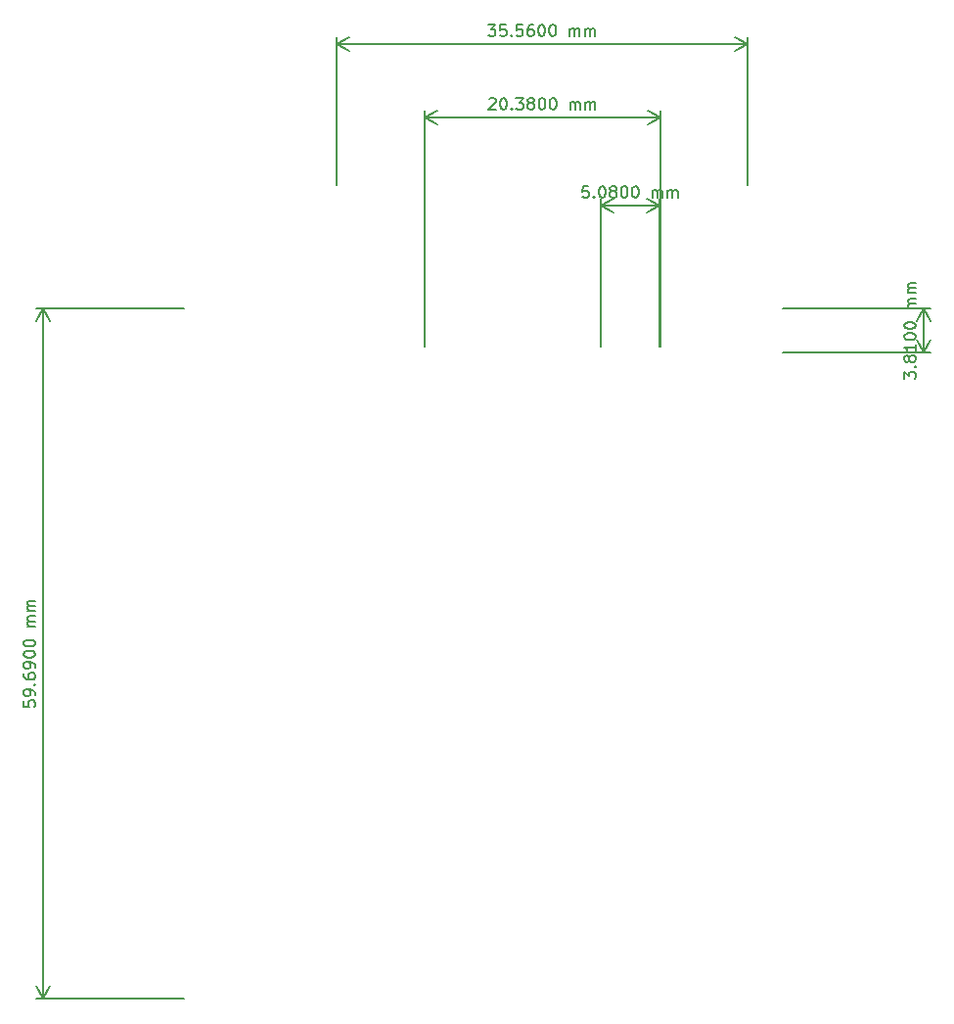
<source format=gbr>
%TF.GenerationSoftware,KiCad,Pcbnew,8.0.4*%
%TF.CreationDate,2024-11-26T16:04:15+06:30*%
%TF.ProjectId,RP2040_DevBoard,52503230-3430-45f4-9465-76426f617264,1.0*%
%TF.SameCoordinates,PX791ddc0PY791ddc0*%
%TF.FileFunction,OtherDrawing,Comment*%
%FSLAX46Y46*%
G04 Gerber Fmt 4.6, Leading zero omitted, Abs format (unit mm)*
G04 Created by KiCad (PCBNEW 8.0.4) date 2024-11-26 16:04:15*
%MOMM*%
%LPD*%
G01*
G04 APERTURE LIST*
%ADD10C,0.150000*%
G04 APERTURE END LIST*
D10*
X49104819Y53594525D02*
X49104819Y54213572D01*
X49104819Y54213572D02*
X49485771Y53880239D01*
X49485771Y53880239D02*
X49485771Y54023096D01*
X49485771Y54023096D02*
X49533390Y54118334D01*
X49533390Y54118334D02*
X49581009Y54165953D01*
X49581009Y54165953D02*
X49676247Y54213572D01*
X49676247Y54213572D02*
X49914342Y54213572D01*
X49914342Y54213572D02*
X50009580Y54165953D01*
X50009580Y54165953D02*
X50057200Y54118334D01*
X50057200Y54118334D02*
X50104819Y54023096D01*
X50104819Y54023096D02*
X50104819Y53737382D01*
X50104819Y53737382D02*
X50057200Y53642144D01*
X50057200Y53642144D02*
X50009580Y53594525D01*
X50009580Y54642144D02*
X50057200Y54689763D01*
X50057200Y54689763D02*
X50104819Y54642144D01*
X50104819Y54642144D02*
X50057200Y54594525D01*
X50057200Y54594525D02*
X50009580Y54642144D01*
X50009580Y54642144D02*
X50104819Y54642144D01*
X49533390Y55261191D02*
X49485771Y55165953D01*
X49485771Y55165953D02*
X49438152Y55118334D01*
X49438152Y55118334D02*
X49342914Y55070715D01*
X49342914Y55070715D02*
X49295295Y55070715D01*
X49295295Y55070715D02*
X49200057Y55118334D01*
X49200057Y55118334D02*
X49152438Y55165953D01*
X49152438Y55165953D02*
X49104819Y55261191D01*
X49104819Y55261191D02*
X49104819Y55451667D01*
X49104819Y55451667D02*
X49152438Y55546905D01*
X49152438Y55546905D02*
X49200057Y55594524D01*
X49200057Y55594524D02*
X49295295Y55642143D01*
X49295295Y55642143D02*
X49342914Y55642143D01*
X49342914Y55642143D02*
X49438152Y55594524D01*
X49438152Y55594524D02*
X49485771Y55546905D01*
X49485771Y55546905D02*
X49533390Y55451667D01*
X49533390Y55451667D02*
X49533390Y55261191D01*
X49533390Y55261191D02*
X49581009Y55165953D01*
X49581009Y55165953D02*
X49628628Y55118334D01*
X49628628Y55118334D02*
X49723866Y55070715D01*
X49723866Y55070715D02*
X49914342Y55070715D01*
X49914342Y55070715D02*
X50009580Y55118334D01*
X50009580Y55118334D02*
X50057200Y55165953D01*
X50057200Y55165953D02*
X50104819Y55261191D01*
X50104819Y55261191D02*
X50104819Y55451667D01*
X50104819Y55451667D02*
X50057200Y55546905D01*
X50057200Y55546905D02*
X50009580Y55594524D01*
X50009580Y55594524D02*
X49914342Y55642143D01*
X49914342Y55642143D02*
X49723866Y55642143D01*
X49723866Y55642143D02*
X49628628Y55594524D01*
X49628628Y55594524D02*
X49581009Y55546905D01*
X49581009Y55546905D02*
X49533390Y55451667D01*
X50104819Y56594524D02*
X50104819Y56023096D01*
X50104819Y56308810D02*
X49104819Y56308810D01*
X49104819Y56308810D02*
X49247676Y56213572D01*
X49247676Y56213572D02*
X49342914Y56118334D01*
X49342914Y56118334D02*
X49390533Y56023096D01*
X49104819Y57213572D02*
X49104819Y57308810D01*
X49104819Y57308810D02*
X49152438Y57404048D01*
X49152438Y57404048D02*
X49200057Y57451667D01*
X49200057Y57451667D02*
X49295295Y57499286D01*
X49295295Y57499286D02*
X49485771Y57546905D01*
X49485771Y57546905D02*
X49723866Y57546905D01*
X49723866Y57546905D02*
X49914342Y57499286D01*
X49914342Y57499286D02*
X50009580Y57451667D01*
X50009580Y57451667D02*
X50057200Y57404048D01*
X50057200Y57404048D02*
X50104819Y57308810D01*
X50104819Y57308810D02*
X50104819Y57213572D01*
X50104819Y57213572D02*
X50057200Y57118334D01*
X50057200Y57118334D02*
X50009580Y57070715D01*
X50009580Y57070715D02*
X49914342Y57023096D01*
X49914342Y57023096D02*
X49723866Y56975477D01*
X49723866Y56975477D02*
X49485771Y56975477D01*
X49485771Y56975477D02*
X49295295Y57023096D01*
X49295295Y57023096D02*
X49200057Y57070715D01*
X49200057Y57070715D02*
X49152438Y57118334D01*
X49152438Y57118334D02*
X49104819Y57213572D01*
X49104819Y58165953D02*
X49104819Y58261191D01*
X49104819Y58261191D02*
X49152438Y58356429D01*
X49152438Y58356429D02*
X49200057Y58404048D01*
X49200057Y58404048D02*
X49295295Y58451667D01*
X49295295Y58451667D02*
X49485771Y58499286D01*
X49485771Y58499286D02*
X49723866Y58499286D01*
X49723866Y58499286D02*
X49914342Y58451667D01*
X49914342Y58451667D02*
X50009580Y58404048D01*
X50009580Y58404048D02*
X50057200Y58356429D01*
X50057200Y58356429D02*
X50104819Y58261191D01*
X50104819Y58261191D02*
X50104819Y58165953D01*
X50104819Y58165953D02*
X50057200Y58070715D01*
X50057200Y58070715D02*
X50009580Y58023096D01*
X50009580Y58023096D02*
X49914342Y57975477D01*
X49914342Y57975477D02*
X49723866Y57927858D01*
X49723866Y57927858D02*
X49485771Y57927858D01*
X49485771Y57927858D02*
X49295295Y57975477D01*
X49295295Y57975477D02*
X49200057Y58023096D01*
X49200057Y58023096D02*
X49152438Y58070715D01*
X49152438Y58070715D02*
X49104819Y58165953D01*
X50104819Y59689763D02*
X49438152Y59689763D01*
X49533390Y59689763D02*
X49485771Y59737382D01*
X49485771Y59737382D02*
X49438152Y59832620D01*
X49438152Y59832620D02*
X49438152Y59975477D01*
X49438152Y59975477D02*
X49485771Y60070715D01*
X49485771Y60070715D02*
X49581009Y60118334D01*
X49581009Y60118334D02*
X50104819Y60118334D01*
X49581009Y60118334D02*
X49485771Y60165953D01*
X49485771Y60165953D02*
X49438152Y60261191D01*
X49438152Y60261191D02*
X49438152Y60404048D01*
X49438152Y60404048D02*
X49485771Y60499287D01*
X49485771Y60499287D02*
X49581009Y60546906D01*
X49581009Y60546906D02*
X50104819Y60546906D01*
X50104819Y61023096D02*
X49438152Y61023096D01*
X49533390Y61023096D02*
X49485771Y61070715D01*
X49485771Y61070715D02*
X49438152Y61165953D01*
X49438152Y61165953D02*
X49438152Y61308810D01*
X49438152Y61308810D02*
X49485771Y61404048D01*
X49485771Y61404048D02*
X49581009Y61451667D01*
X49581009Y61451667D02*
X50104819Y61451667D01*
X49581009Y61451667D02*
X49485771Y61499286D01*
X49485771Y61499286D02*
X49438152Y61594524D01*
X49438152Y61594524D02*
X49438152Y61737381D01*
X49438152Y61737381D02*
X49485771Y61832620D01*
X49485771Y61832620D02*
X49581009Y61880239D01*
X49581009Y61880239D02*
X50104819Y61880239D01*
X38600000Y55880000D02*
X51386420Y55880000D01*
X38600000Y59690000D02*
X51386420Y59690000D01*
X50800000Y55880000D02*
X50800000Y59690000D01*
X50800000Y55880000D02*
X50800000Y59690000D01*
X50800000Y55880000D02*
X50213579Y57006504D01*
X50800000Y55880000D02*
X51386421Y57006504D01*
X50800000Y59690000D02*
X51386421Y58563496D01*
X50800000Y59690000D02*
X50213579Y58563496D01*
X21780952Y70275181D02*
X21304762Y70275181D01*
X21304762Y70275181D02*
X21257143Y69798991D01*
X21257143Y69798991D02*
X21304762Y69846610D01*
X21304762Y69846610D02*
X21400000Y69894229D01*
X21400000Y69894229D02*
X21638095Y69894229D01*
X21638095Y69894229D02*
X21733333Y69846610D01*
X21733333Y69846610D02*
X21780952Y69798991D01*
X21780952Y69798991D02*
X21828571Y69703753D01*
X21828571Y69703753D02*
X21828571Y69465658D01*
X21828571Y69465658D02*
X21780952Y69370420D01*
X21780952Y69370420D02*
X21733333Y69322800D01*
X21733333Y69322800D02*
X21638095Y69275181D01*
X21638095Y69275181D02*
X21400000Y69275181D01*
X21400000Y69275181D02*
X21304762Y69322800D01*
X21304762Y69322800D02*
X21257143Y69370420D01*
X22257143Y69370420D02*
X22304762Y69322800D01*
X22304762Y69322800D02*
X22257143Y69275181D01*
X22257143Y69275181D02*
X22209524Y69322800D01*
X22209524Y69322800D02*
X22257143Y69370420D01*
X22257143Y69370420D02*
X22257143Y69275181D01*
X22923809Y70275181D02*
X23019047Y70275181D01*
X23019047Y70275181D02*
X23114285Y70227562D01*
X23114285Y70227562D02*
X23161904Y70179943D01*
X23161904Y70179943D02*
X23209523Y70084705D01*
X23209523Y70084705D02*
X23257142Y69894229D01*
X23257142Y69894229D02*
X23257142Y69656134D01*
X23257142Y69656134D02*
X23209523Y69465658D01*
X23209523Y69465658D02*
X23161904Y69370420D01*
X23161904Y69370420D02*
X23114285Y69322800D01*
X23114285Y69322800D02*
X23019047Y69275181D01*
X23019047Y69275181D02*
X22923809Y69275181D01*
X22923809Y69275181D02*
X22828571Y69322800D01*
X22828571Y69322800D02*
X22780952Y69370420D01*
X22780952Y69370420D02*
X22733333Y69465658D01*
X22733333Y69465658D02*
X22685714Y69656134D01*
X22685714Y69656134D02*
X22685714Y69894229D01*
X22685714Y69894229D02*
X22733333Y70084705D01*
X22733333Y70084705D02*
X22780952Y70179943D01*
X22780952Y70179943D02*
X22828571Y70227562D01*
X22828571Y70227562D02*
X22923809Y70275181D01*
X23828571Y69846610D02*
X23733333Y69894229D01*
X23733333Y69894229D02*
X23685714Y69941848D01*
X23685714Y69941848D02*
X23638095Y70037086D01*
X23638095Y70037086D02*
X23638095Y70084705D01*
X23638095Y70084705D02*
X23685714Y70179943D01*
X23685714Y70179943D02*
X23733333Y70227562D01*
X23733333Y70227562D02*
X23828571Y70275181D01*
X23828571Y70275181D02*
X24019047Y70275181D01*
X24019047Y70275181D02*
X24114285Y70227562D01*
X24114285Y70227562D02*
X24161904Y70179943D01*
X24161904Y70179943D02*
X24209523Y70084705D01*
X24209523Y70084705D02*
X24209523Y70037086D01*
X24209523Y70037086D02*
X24161904Y69941848D01*
X24161904Y69941848D02*
X24114285Y69894229D01*
X24114285Y69894229D02*
X24019047Y69846610D01*
X24019047Y69846610D02*
X23828571Y69846610D01*
X23828571Y69846610D02*
X23733333Y69798991D01*
X23733333Y69798991D02*
X23685714Y69751372D01*
X23685714Y69751372D02*
X23638095Y69656134D01*
X23638095Y69656134D02*
X23638095Y69465658D01*
X23638095Y69465658D02*
X23685714Y69370420D01*
X23685714Y69370420D02*
X23733333Y69322800D01*
X23733333Y69322800D02*
X23828571Y69275181D01*
X23828571Y69275181D02*
X24019047Y69275181D01*
X24019047Y69275181D02*
X24114285Y69322800D01*
X24114285Y69322800D02*
X24161904Y69370420D01*
X24161904Y69370420D02*
X24209523Y69465658D01*
X24209523Y69465658D02*
X24209523Y69656134D01*
X24209523Y69656134D02*
X24161904Y69751372D01*
X24161904Y69751372D02*
X24114285Y69798991D01*
X24114285Y69798991D02*
X24019047Y69846610D01*
X24828571Y70275181D02*
X24923809Y70275181D01*
X24923809Y70275181D02*
X25019047Y70227562D01*
X25019047Y70227562D02*
X25066666Y70179943D01*
X25066666Y70179943D02*
X25114285Y70084705D01*
X25114285Y70084705D02*
X25161904Y69894229D01*
X25161904Y69894229D02*
X25161904Y69656134D01*
X25161904Y69656134D02*
X25114285Y69465658D01*
X25114285Y69465658D02*
X25066666Y69370420D01*
X25066666Y69370420D02*
X25019047Y69322800D01*
X25019047Y69322800D02*
X24923809Y69275181D01*
X24923809Y69275181D02*
X24828571Y69275181D01*
X24828571Y69275181D02*
X24733333Y69322800D01*
X24733333Y69322800D02*
X24685714Y69370420D01*
X24685714Y69370420D02*
X24638095Y69465658D01*
X24638095Y69465658D02*
X24590476Y69656134D01*
X24590476Y69656134D02*
X24590476Y69894229D01*
X24590476Y69894229D02*
X24638095Y70084705D01*
X24638095Y70084705D02*
X24685714Y70179943D01*
X24685714Y70179943D02*
X24733333Y70227562D01*
X24733333Y70227562D02*
X24828571Y70275181D01*
X25780952Y70275181D02*
X25876190Y70275181D01*
X25876190Y70275181D02*
X25971428Y70227562D01*
X25971428Y70227562D02*
X26019047Y70179943D01*
X26019047Y70179943D02*
X26066666Y70084705D01*
X26066666Y70084705D02*
X26114285Y69894229D01*
X26114285Y69894229D02*
X26114285Y69656134D01*
X26114285Y69656134D02*
X26066666Y69465658D01*
X26066666Y69465658D02*
X26019047Y69370420D01*
X26019047Y69370420D02*
X25971428Y69322800D01*
X25971428Y69322800D02*
X25876190Y69275181D01*
X25876190Y69275181D02*
X25780952Y69275181D01*
X25780952Y69275181D02*
X25685714Y69322800D01*
X25685714Y69322800D02*
X25638095Y69370420D01*
X25638095Y69370420D02*
X25590476Y69465658D01*
X25590476Y69465658D02*
X25542857Y69656134D01*
X25542857Y69656134D02*
X25542857Y69894229D01*
X25542857Y69894229D02*
X25590476Y70084705D01*
X25590476Y70084705D02*
X25638095Y70179943D01*
X25638095Y70179943D02*
X25685714Y70227562D01*
X25685714Y70227562D02*
X25780952Y70275181D01*
X27304762Y69275181D02*
X27304762Y69941848D01*
X27304762Y69846610D02*
X27352381Y69894229D01*
X27352381Y69894229D02*
X27447619Y69941848D01*
X27447619Y69941848D02*
X27590476Y69941848D01*
X27590476Y69941848D02*
X27685714Y69894229D01*
X27685714Y69894229D02*
X27733333Y69798991D01*
X27733333Y69798991D02*
X27733333Y69275181D01*
X27733333Y69798991D02*
X27780952Y69894229D01*
X27780952Y69894229D02*
X27876190Y69941848D01*
X27876190Y69941848D02*
X28019047Y69941848D01*
X28019047Y69941848D02*
X28114286Y69894229D01*
X28114286Y69894229D02*
X28161905Y69798991D01*
X28161905Y69798991D02*
X28161905Y69275181D01*
X28638095Y69275181D02*
X28638095Y69941848D01*
X28638095Y69846610D02*
X28685714Y69894229D01*
X28685714Y69894229D02*
X28780952Y69941848D01*
X28780952Y69941848D02*
X28923809Y69941848D01*
X28923809Y69941848D02*
X29019047Y69894229D01*
X29019047Y69894229D02*
X29066666Y69798991D01*
X29066666Y69798991D02*
X29066666Y69275181D01*
X29066666Y69798991D02*
X29114285Y69894229D01*
X29114285Y69894229D02*
X29209523Y69941848D01*
X29209523Y69941848D02*
X29352380Y69941848D01*
X29352380Y69941848D02*
X29447619Y69894229D01*
X29447619Y69894229D02*
X29495238Y69798991D01*
X29495238Y69798991D02*
X29495238Y69275181D01*
X22860000Y56380000D02*
X22860000Y69166420D01*
X27940000Y56380000D02*
X27940000Y69166420D01*
X22860000Y68580000D02*
X27940000Y68580000D01*
X22860000Y68580000D02*
X27940000Y68580000D01*
X22860000Y68580000D02*
X23986504Y69166421D01*
X22860000Y68580000D02*
X23986504Y67993579D01*
X27940000Y68580000D02*
X26813496Y67993579D01*
X27940000Y68580000D02*
X26813496Y69166421D01*
X13190953Y77799943D02*
X13238572Y77847562D01*
X13238572Y77847562D02*
X13333810Y77895181D01*
X13333810Y77895181D02*
X13571905Y77895181D01*
X13571905Y77895181D02*
X13667143Y77847562D01*
X13667143Y77847562D02*
X13714762Y77799943D01*
X13714762Y77799943D02*
X13762381Y77704705D01*
X13762381Y77704705D02*
X13762381Y77609467D01*
X13762381Y77609467D02*
X13714762Y77466610D01*
X13714762Y77466610D02*
X13143334Y76895181D01*
X13143334Y76895181D02*
X13762381Y76895181D01*
X14381429Y77895181D02*
X14476667Y77895181D01*
X14476667Y77895181D02*
X14571905Y77847562D01*
X14571905Y77847562D02*
X14619524Y77799943D01*
X14619524Y77799943D02*
X14667143Y77704705D01*
X14667143Y77704705D02*
X14714762Y77514229D01*
X14714762Y77514229D02*
X14714762Y77276134D01*
X14714762Y77276134D02*
X14667143Y77085658D01*
X14667143Y77085658D02*
X14619524Y76990420D01*
X14619524Y76990420D02*
X14571905Y76942800D01*
X14571905Y76942800D02*
X14476667Y76895181D01*
X14476667Y76895181D02*
X14381429Y76895181D01*
X14381429Y76895181D02*
X14286191Y76942800D01*
X14286191Y76942800D02*
X14238572Y76990420D01*
X14238572Y76990420D02*
X14190953Y77085658D01*
X14190953Y77085658D02*
X14143334Y77276134D01*
X14143334Y77276134D02*
X14143334Y77514229D01*
X14143334Y77514229D02*
X14190953Y77704705D01*
X14190953Y77704705D02*
X14238572Y77799943D01*
X14238572Y77799943D02*
X14286191Y77847562D01*
X14286191Y77847562D02*
X14381429Y77895181D01*
X15143334Y76990420D02*
X15190953Y76942800D01*
X15190953Y76942800D02*
X15143334Y76895181D01*
X15143334Y76895181D02*
X15095715Y76942800D01*
X15095715Y76942800D02*
X15143334Y76990420D01*
X15143334Y76990420D02*
X15143334Y76895181D01*
X15524286Y77895181D02*
X16143333Y77895181D01*
X16143333Y77895181D02*
X15810000Y77514229D01*
X15810000Y77514229D02*
X15952857Y77514229D01*
X15952857Y77514229D02*
X16048095Y77466610D01*
X16048095Y77466610D02*
X16095714Y77418991D01*
X16095714Y77418991D02*
X16143333Y77323753D01*
X16143333Y77323753D02*
X16143333Y77085658D01*
X16143333Y77085658D02*
X16095714Y76990420D01*
X16095714Y76990420D02*
X16048095Y76942800D01*
X16048095Y76942800D02*
X15952857Y76895181D01*
X15952857Y76895181D02*
X15667143Y76895181D01*
X15667143Y76895181D02*
X15571905Y76942800D01*
X15571905Y76942800D02*
X15524286Y76990420D01*
X16714762Y77466610D02*
X16619524Y77514229D01*
X16619524Y77514229D02*
X16571905Y77561848D01*
X16571905Y77561848D02*
X16524286Y77657086D01*
X16524286Y77657086D02*
X16524286Y77704705D01*
X16524286Y77704705D02*
X16571905Y77799943D01*
X16571905Y77799943D02*
X16619524Y77847562D01*
X16619524Y77847562D02*
X16714762Y77895181D01*
X16714762Y77895181D02*
X16905238Y77895181D01*
X16905238Y77895181D02*
X17000476Y77847562D01*
X17000476Y77847562D02*
X17048095Y77799943D01*
X17048095Y77799943D02*
X17095714Y77704705D01*
X17095714Y77704705D02*
X17095714Y77657086D01*
X17095714Y77657086D02*
X17048095Y77561848D01*
X17048095Y77561848D02*
X17000476Y77514229D01*
X17000476Y77514229D02*
X16905238Y77466610D01*
X16905238Y77466610D02*
X16714762Y77466610D01*
X16714762Y77466610D02*
X16619524Y77418991D01*
X16619524Y77418991D02*
X16571905Y77371372D01*
X16571905Y77371372D02*
X16524286Y77276134D01*
X16524286Y77276134D02*
X16524286Y77085658D01*
X16524286Y77085658D02*
X16571905Y76990420D01*
X16571905Y76990420D02*
X16619524Y76942800D01*
X16619524Y76942800D02*
X16714762Y76895181D01*
X16714762Y76895181D02*
X16905238Y76895181D01*
X16905238Y76895181D02*
X17000476Y76942800D01*
X17000476Y76942800D02*
X17048095Y76990420D01*
X17048095Y76990420D02*
X17095714Y77085658D01*
X17095714Y77085658D02*
X17095714Y77276134D01*
X17095714Y77276134D02*
X17048095Y77371372D01*
X17048095Y77371372D02*
X17000476Y77418991D01*
X17000476Y77418991D02*
X16905238Y77466610D01*
X17714762Y77895181D02*
X17810000Y77895181D01*
X17810000Y77895181D02*
X17905238Y77847562D01*
X17905238Y77847562D02*
X17952857Y77799943D01*
X17952857Y77799943D02*
X18000476Y77704705D01*
X18000476Y77704705D02*
X18048095Y77514229D01*
X18048095Y77514229D02*
X18048095Y77276134D01*
X18048095Y77276134D02*
X18000476Y77085658D01*
X18000476Y77085658D02*
X17952857Y76990420D01*
X17952857Y76990420D02*
X17905238Y76942800D01*
X17905238Y76942800D02*
X17810000Y76895181D01*
X17810000Y76895181D02*
X17714762Y76895181D01*
X17714762Y76895181D02*
X17619524Y76942800D01*
X17619524Y76942800D02*
X17571905Y76990420D01*
X17571905Y76990420D02*
X17524286Y77085658D01*
X17524286Y77085658D02*
X17476667Y77276134D01*
X17476667Y77276134D02*
X17476667Y77514229D01*
X17476667Y77514229D02*
X17524286Y77704705D01*
X17524286Y77704705D02*
X17571905Y77799943D01*
X17571905Y77799943D02*
X17619524Y77847562D01*
X17619524Y77847562D02*
X17714762Y77895181D01*
X18667143Y77895181D02*
X18762381Y77895181D01*
X18762381Y77895181D02*
X18857619Y77847562D01*
X18857619Y77847562D02*
X18905238Y77799943D01*
X18905238Y77799943D02*
X18952857Y77704705D01*
X18952857Y77704705D02*
X19000476Y77514229D01*
X19000476Y77514229D02*
X19000476Y77276134D01*
X19000476Y77276134D02*
X18952857Y77085658D01*
X18952857Y77085658D02*
X18905238Y76990420D01*
X18905238Y76990420D02*
X18857619Y76942800D01*
X18857619Y76942800D02*
X18762381Y76895181D01*
X18762381Y76895181D02*
X18667143Y76895181D01*
X18667143Y76895181D02*
X18571905Y76942800D01*
X18571905Y76942800D02*
X18524286Y76990420D01*
X18524286Y76990420D02*
X18476667Y77085658D01*
X18476667Y77085658D02*
X18429048Y77276134D01*
X18429048Y77276134D02*
X18429048Y77514229D01*
X18429048Y77514229D02*
X18476667Y77704705D01*
X18476667Y77704705D02*
X18524286Y77799943D01*
X18524286Y77799943D02*
X18571905Y77847562D01*
X18571905Y77847562D02*
X18667143Y77895181D01*
X20190953Y76895181D02*
X20190953Y77561848D01*
X20190953Y77466610D02*
X20238572Y77514229D01*
X20238572Y77514229D02*
X20333810Y77561848D01*
X20333810Y77561848D02*
X20476667Y77561848D01*
X20476667Y77561848D02*
X20571905Y77514229D01*
X20571905Y77514229D02*
X20619524Y77418991D01*
X20619524Y77418991D02*
X20619524Y76895181D01*
X20619524Y77418991D02*
X20667143Y77514229D01*
X20667143Y77514229D02*
X20762381Y77561848D01*
X20762381Y77561848D02*
X20905238Y77561848D01*
X20905238Y77561848D02*
X21000477Y77514229D01*
X21000477Y77514229D02*
X21048096Y77418991D01*
X21048096Y77418991D02*
X21048096Y76895181D01*
X21524286Y76895181D02*
X21524286Y77561848D01*
X21524286Y77466610D02*
X21571905Y77514229D01*
X21571905Y77514229D02*
X21667143Y77561848D01*
X21667143Y77561848D02*
X21810000Y77561848D01*
X21810000Y77561848D02*
X21905238Y77514229D01*
X21905238Y77514229D02*
X21952857Y77418991D01*
X21952857Y77418991D02*
X21952857Y76895181D01*
X21952857Y77418991D02*
X22000476Y77514229D01*
X22000476Y77514229D02*
X22095714Y77561848D01*
X22095714Y77561848D02*
X22238571Y77561848D01*
X22238571Y77561848D02*
X22333810Y77514229D01*
X22333810Y77514229D02*
X22381429Y77418991D01*
X22381429Y77418991D02*
X22381429Y76895181D01*
X7620000Y56380000D02*
X7620000Y76786420D01*
X28000000Y56380000D02*
X28000000Y76786420D01*
X7620000Y76200000D02*
X28000000Y76200000D01*
X7620000Y76200000D02*
X28000000Y76200000D01*
X7620000Y76200000D02*
X8746504Y76786421D01*
X7620000Y76200000D02*
X8746504Y75613579D01*
X28000000Y76200000D02*
X26873496Y75613579D01*
X28000000Y76200000D02*
X26873496Y76786421D01*
X-27095181Y25749763D02*
X-27095181Y25273573D01*
X-27095181Y25273573D02*
X-26618991Y25225954D01*
X-26618991Y25225954D02*
X-26666610Y25273573D01*
X-26666610Y25273573D02*
X-26714229Y25368811D01*
X-26714229Y25368811D02*
X-26714229Y25606906D01*
X-26714229Y25606906D02*
X-26666610Y25702144D01*
X-26666610Y25702144D02*
X-26618991Y25749763D01*
X-26618991Y25749763D02*
X-26523753Y25797382D01*
X-26523753Y25797382D02*
X-26285658Y25797382D01*
X-26285658Y25797382D02*
X-26190420Y25749763D01*
X-26190420Y25749763D02*
X-26142800Y25702144D01*
X-26142800Y25702144D02*
X-26095181Y25606906D01*
X-26095181Y25606906D02*
X-26095181Y25368811D01*
X-26095181Y25368811D02*
X-26142800Y25273573D01*
X-26142800Y25273573D02*
X-26190420Y25225954D01*
X-26095181Y26273573D02*
X-26095181Y26464049D01*
X-26095181Y26464049D02*
X-26142800Y26559287D01*
X-26142800Y26559287D02*
X-26190420Y26606906D01*
X-26190420Y26606906D02*
X-26333277Y26702144D01*
X-26333277Y26702144D02*
X-26523753Y26749763D01*
X-26523753Y26749763D02*
X-26904705Y26749763D01*
X-26904705Y26749763D02*
X-26999943Y26702144D01*
X-26999943Y26702144D02*
X-27047562Y26654525D01*
X-27047562Y26654525D02*
X-27095181Y26559287D01*
X-27095181Y26559287D02*
X-27095181Y26368811D01*
X-27095181Y26368811D02*
X-27047562Y26273573D01*
X-27047562Y26273573D02*
X-26999943Y26225954D01*
X-26999943Y26225954D02*
X-26904705Y26178335D01*
X-26904705Y26178335D02*
X-26666610Y26178335D01*
X-26666610Y26178335D02*
X-26571372Y26225954D01*
X-26571372Y26225954D02*
X-26523753Y26273573D01*
X-26523753Y26273573D02*
X-26476134Y26368811D01*
X-26476134Y26368811D02*
X-26476134Y26559287D01*
X-26476134Y26559287D02*
X-26523753Y26654525D01*
X-26523753Y26654525D02*
X-26571372Y26702144D01*
X-26571372Y26702144D02*
X-26666610Y26749763D01*
X-26190420Y27178335D02*
X-26142800Y27225954D01*
X-26142800Y27225954D02*
X-26095181Y27178335D01*
X-26095181Y27178335D02*
X-26142800Y27130716D01*
X-26142800Y27130716D02*
X-26190420Y27178335D01*
X-26190420Y27178335D02*
X-26095181Y27178335D01*
X-27095181Y28083096D02*
X-27095181Y27892620D01*
X-27095181Y27892620D02*
X-27047562Y27797382D01*
X-27047562Y27797382D02*
X-26999943Y27749763D01*
X-26999943Y27749763D02*
X-26857086Y27654525D01*
X-26857086Y27654525D02*
X-26666610Y27606906D01*
X-26666610Y27606906D02*
X-26285658Y27606906D01*
X-26285658Y27606906D02*
X-26190420Y27654525D01*
X-26190420Y27654525D02*
X-26142800Y27702144D01*
X-26142800Y27702144D02*
X-26095181Y27797382D01*
X-26095181Y27797382D02*
X-26095181Y27987858D01*
X-26095181Y27987858D02*
X-26142800Y28083096D01*
X-26142800Y28083096D02*
X-26190420Y28130715D01*
X-26190420Y28130715D02*
X-26285658Y28178334D01*
X-26285658Y28178334D02*
X-26523753Y28178334D01*
X-26523753Y28178334D02*
X-26618991Y28130715D01*
X-26618991Y28130715D02*
X-26666610Y28083096D01*
X-26666610Y28083096D02*
X-26714229Y27987858D01*
X-26714229Y27987858D02*
X-26714229Y27797382D01*
X-26714229Y27797382D02*
X-26666610Y27702144D01*
X-26666610Y27702144D02*
X-26618991Y27654525D01*
X-26618991Y27654525D02*
X-26523753Y27606906D01*
X-26095181Y28654525D02*
X-26095181Y28845001D01*
X-26095181Y28845001D02*
X-26142800Y28940239D01*
X-26142800Y28940239D02*
X-26190420Y28987858D01*
X-26190420Y28987858D02*
X-26333277Y29083096D01*
X-26333277Y29083096D02*
X-26523753Y29130715D01*
X-26523753Y29130715D02*
X-26904705Y29130715D01*
X-26904705Y29130715D02*
X-26999943Y29083096D01*
X-26999943Y29083096D02*
X-27047562Y29035477D01*
X-27047562Y29035477D02*
X-27095181Y28940239D01*
X-27095181Y28940239D02*
X-27095181Y28749763D01*
X-27095181Y28749763D02*
X-27047562Y28654525D01*
X-27047562Y28654525D02*
X-26999943Y28606906D01*
X-26999943Y28606906D02*
X-26904705Y28559287D01*
X-26904705Y28559287D02*
X-26666610Y28559287D01*
X-26666610Y28559287D02*
X-26571372Y28606906D01*
X-26571372Y28606906D02*
X-26523753Y28654525D01*
X-26523753Y28654525D02*
X-26476134Y28749763D01*
X-26476134Y28749763D02*
X-26476134Y28940239D01*
X-26476134Y28940239D02*
X-26523753Y29035477D01*
X-26523753Y29035477D02*
X-26571372Y29083096D01*
X-26571372Y29083096D02*
X-26666610Y29130715D01*
X-27095181Y29749763D02*
X-27095181Y29845001D01*
X-27095181Y29845001D02*
X-27047562Y29940239D01*
X-27047562Y29940239D02*
X-26999943Y29987858D01*
X-26999943Y29987858D02*
X-26904705Y30035477D01*
X-26904705Y30035477D02*
X-26714229Y30083096D01*
X-26714229Y30083096D02*
X-26476134Y30083096D01*
X-26476134Y30083096D02*
X-26285658Y30035477D01*
X-26285658Y30035477D02*
X-26190420Y29987858D01*
X-26190420Y29987858D02*
X-26142800Y29940239D01*
X-26142800Y29940239D02*
X-26095181Y29845001D01*
X-26095181Y29845001D02*
X-26095181Y29749763D01*
X-26095181Y29749763D02*
X-26142800Y29654525D01*
X-26142800Y29654525D02*
X-26190420Y29606906D01*
X-26190420Y29606906D02*
X-26285658Y29559287D01*
X-26285658Y29559287D02*
X-26476134Y29511668D01*
X-26476134Y29511668D02*
X-26714229Y29511668D01*
X-26714229Y29511668D02*
X-26904705Y29559287D01*
X-26904705Y29559287D02*
X-26999943Y29606906D01*
X-26999943Y29606906D02*
X-27047562Y29654525D01*
X-27047562Y29654525D02*
X-27095181Y29749763D01*
X-27095181Y30702144D02*
X-27095181Y30797382D01*
X-27095181Y30797382D02*
X-27047562Y30892620D01*
X-27047562Y30892620D02*
X-26999943Y30940239D01*
X-26999943Y30940239D02*
X-26904705Y30987858D01*
X-26904705Y30987858D02*
X-26714229Y31035477D01*
X-26714229Y31035477D02*
X-26476134Y31035477D01*
X-26476134Y31035477D02*
X-26285658Y30987858D01*
X-26285658Y30987858D02*
X-26190420Y30940239D01*
X-26190420Y30940239D02*
X-26142800Y30892620D01*
X-26142800Y30892620D02*
X-26095181Y30797382D01*
X-26095181Y30797382D02*
X-26095181Y30702144D01*
X-26095181Y30702144D02*
X-26142800Y30606906D01*
X-26142800Y30606906D02*
X-26190420Y30559287D01*
X-26190420Y30559287D02*
X-26285658Y30511668D01*
X-26285658Y30511668D02*
X-26476134Y30464049D01*
X-26476134Y30464049D02*
X-26714229Y30464049D01*
X-26714229Y30464049D02*
X-26904705Y30511668D01*
X-26904705Y30511668D02*
X-26999943Y30559287D01*
X-26999943Y30559287D02*
X-27047562Y30606906D01*
X-27047562Y30606906D02*
X-27095181Y30702144D01*
X-26095181Y32225954D02*
X-26761848Y32225954D01*
X-26666610Y32225954D02*
X-26714229Y32273573D01*
X-26714229Y32273573D02*
X-26761848Y32368811D01*
X-26761848Y32368811D02*
X-26761848Y32511668D01*
X-26761848Y32511668D02*
X-26714229Y32606906D01*
X-26714229Y32606906D02*
X-26618991Y32654525D01*
X-26618991Y32654525D02*
X-26095181Y32654525D01*
X-26618991Y32654525D02*
X-26714229Y32702144D01*
X-26714229Y32702144D02*
X-26761848Y32797382D01*
X-26761848Y32797382D02*
X-26761848Y32940239D01*
X-26761848Y32940239D02*
X-26714229Y33035478D01*
X-26714229Y33035478D02*
X-26618991Y33083097D01*
X-26618991Y33083097D02*
X-26095181Y33083097D01*
X-26095181Y33559287D02*
X-26761848Y33559287D01*
X-26666610Y33559287D02*
X-26714229Y33606906D01*
X-26714229Y33606906D02*
X-26761848Y33702144D01*
X-26761848Y33702144D02*
X-26761848Y33845001D01*
X-26761848Y33845001D02*
X-26714229Y33940239D01*
X-26714229Y33940239D02*
X-26618991Y33987858D01*
X-26618991Y33987858D02*
X-26095181Y33987858D01*
X-26618991Y33987858D02*
X-26714229Y34035477D01*
X-26714229Y34035477D02*
X-26761848Y34130715D01*
X-26761848Y34130715D02*
X-26761848Y34273572D01*
X-26761848Y34273572D02*
X-26714229Y34368811D01*
X-26714229Y34368811D02*
X-26618991Y34416430D01*
X-26618991Y34416430D02*
X-26095181Y34416430D01*
X-13200000Y0D02*
X-25986420Y0D01*
X-13200000Y59690000D02*
X-25986420Y59690000D01*
X-25400000Y0D02*
X-25400000Y59690000D01*
X-25400000Y0D02*
X-25400000Y59690000D01*
X-25400000Y0D02*
X-25986421Y1126504D01*
X-25400000Y0D02*
X-24813579Y1126504D01*
X-25400000Y59690000D02*
X-24813579Y58563496D01*
X-25400000Y59690000D02*
X-25986421Y58563496D01*
X13113334Y84245181D02*
X13732381Y84245181D01*
X13732381Y84245181D02*
X13399048Y83864229D01*
X13399048Y83864229D02*
X13541905Y83864229D01*
X13541905Y83864229D02*
X13637143Y83816610D01*
X13637143Y83816610D02*
X13684762Y83768991D01*
X13684762Y83768991D02*
X13732381Y83673753D01*
X13732381Y83673753D02*
X13732381Y83435658D01*
X13732381Y83435658D02*
X13684762Y83340420D01*
X13684762Y83340420D02*
X13637143Y83292800D01*
X13637143Y83292800D02*
X13541905Y83245181D01*
X13541905Y83245181D02*
X13256191Y83245181D01*
X13256191Y83245181D02*
X13160953Y83292800D01*
X13160953Y83292800D02*
X13113334Y83340420D01*
X14637143Y84245181D02*
X14160953Y84245181D01*
X14160953Y84245181D02*
X14113334Y83768991D01*
X14113334Y83768991D02*
X14160953Y83816610D01*
X14160953Y83816610D02*
X14256191Y83864229D01*
X14256191Y83864229D02*
X14494286Y83864229D01*
X14494286Y83864229D02*
X14589524Y83816610D01*
X14589524Y83816610D02*
X14637143Y83768991D01*
X14637143Y83768991D02*
X14684762Y83673753D01*
X14684762Y83673753D02*
X14684762Y83435658D01*
X14684762Y83435658D02*
X14637143Y83340420D01*
X14637143Y83340420D02*
X14589524Y83292800D01*
X14589524Y83292800D02*
X14494286Y83245181D01*
X14494286Y83245181D02*
X14256191Y83245181D01*
X14256191Y83245181D02*
X14160953Y83292800D01*
X14160953Y83292800D02*
X14113334Y83340420D01*
X15113334Y83340420D02*
X15160953Y83292800D01*
X15160953Y83292800D02*
X15113334Y83245181D01*
X15113334Y83245181D02*
X15065715Y83292800D01*
X15065715Y83292800D02*
X15113334Y83340420D01*
X15113334Y83340420D02*
X15113334Y83245181D01*
X16065714Y84245181D02*
X15589524Y84245181D01*
X15589524Y84245181D02*
X15541905Y83768991D01*
X15541905Y83768991D02*
X15589524Y83816610D01*
X15589524Y83816610D02*
X15684762Y83864229D01*
X15684762Y83864229D02*
X15922857Y83864229D01*
X15922857Y83864229D02*
X16018095Y83816610D01*
X16018095Y83816610D02*
X16065714Y83768991D01*
X16065714Y83768991D02*
X16113333Y83673753D01*
X16113333Y83673753D02*
X16113333Y83435658D01*
X16113333Y83435658D02*
X16065714Y83340420D01*
X16065714Y83340420D02*
X16018095Y83292800D01*
X16018095Y83292800D02*
X15922857Y83245181D01*
X15922857Y83245181D02*
X15684762Y83245181D01*
X15684762Y83245181D02*
X15589524Y83292800D01*
X15589524Y83292800D02*
X15541905Y83340420D01*
X16970476Y84245181D02*
X16780000Y84245181D01*
X16780000Y84245181D02*
X16684762Y84197562D01*
X16684762Y84197562D02*
X16637143Y84149943D01*
X16637143Y84149943D02*
X16541905Y84007086D01*
X16541905Y84007086D02*
X16494286Y83816610D01*
X16494286Y83816610D02*
X16494286Y83435658D01*
X16494286Y83435658D02*
X16541905Y83340420D01*
X16541905Y83340420D02*
X16589524Y83292800D01*
X16589524Y83292800D02*
X16684762Y83245181D01*
X16684762Y83245181D02*
X16875238Y83245181D01*
X16875238Y83245181D02*
X16970476Y83292800D01*
X16970476Y83292800D02*
X17018095Y83340420D01*
X17018095Y83340420D02*
X17065714Y83435658D01*
X17065714Y83435658D02*
X17065714Y83673753D01*
X17065714Y83673753D02*
X17018095Y83768991D01*
X17018095Y83768991D02*
X16970476Y83816610D01*
X16970476Y83816610D02*
X16875238Y83864229D01*
X16875238Y83864229D02*
X16684762Y83864229D01*
X16684762Y83864229D02*
X16589524Y83816610D01*
X16589524Y83816610D02*
X16541905Y83768991D01*
X16541905Y83768991D02*
X16494286Y83673753D01*
X17684762Y84245181D02*
X17780000Y84245181D01*
X17780000Y84245181D02*
X17875238Y84197562D01*
X17875238Y84197562D02*
X17922857Y84149943D01*
X17922857Y84149943D02*
X17970476Y84054705D01*
X17970476Y84054705D02*
X18018095Y83864229D01*
X18018095Y83864229D02*
X18018095Y83626134D01*
X18018095Y83626134D02*
X17970476Y83435658D01*
X17970476Y83435658D02*
X17922857Y83340420D01*
X17922857Y83340420D02*
X17875238Y83292800D01*
X17875238Y83292800D02*
X17780000Y83245181D01*
X17780000Y83245181D02*
X17684762Y83245181D01*
X17684762Y83245181D02*
X17589524Y83292800D01*
X17589524Y83292800D02*
X17541905Y83340420D01*
X17541905Y83340420D02*
X17494286Y83435658D01*
X17494286Y83435658D02*
X17446667Y83626134D01*
X17446667Y83626134D02*
X17446667Y83864229D01*
X17446667Y83864229D02*
X17494286Y84054705D01*
X17494286Y84054705D02*
X17541905Y84149943D01*
X17541905Y84149943D02*
X17589524Y84197562D01*
X17589524Y84197562D02*
X17684762Y84245181D01*
X18637143Y84245181D02*
X18732381Y84245181D01*
X18732381Y84245181D02*
X18827619Y84197562D01*
X18827619Y84197562D02*
X18875238Y84149943D01*
X18875238Y84149943D02*
X18922857Y84054705D01*
X18922857Y84054705D02*
X18970476Y83864229D01*
X18970476Y83864229D02*
X18970476Y83626134D01*
X18970476Y83626134D02*
X18922857Y83435658D01*
X18922857Y83435658D02*
X18875238Y83340420D01*
X18875238Y83340420D02*
X18827619Y83292800D01*
X18827619Y83292800D02*
X18732381Y83245181D01*
X18732381Y83245181D02*
X18637143Y83245181D01*
X18637143Y83245181D02*
X18541905Y83292800D01*
X18541905Y83292800D02*
X18494286Y83340420D01*
X18494286Y83340420D02*
X18446667Y83435658D01*
X18446667Y83435658D02*
X18399048Y83626134D01*
X18399048Y83626134D02*
X18399048Y83864229D01*
X18399048Y83864229D02*
X18446667Y84054705D01*
X18446667Y84054705D02*
X18494286Y84149943D01*
X18494286Y84149943D02*
X18541905Y84197562D01*
X18541905Y84197562D02*
X18637143Y84245181D01*
X20160953Y83245181D02*
X20160953Y83911848D01*
X20160953Y83816610D02*
X20208572Y83864229D01*
X20208572Y83864229D02*
X20303810Y83911848D01*
X20303810Y83911848D02*
X20446667Y83911848D01*
X20446667Y83911848D02*
X20541905Y83864229D01*
X20541905Y83864229D02*
X20589524Y83768991D01*
X20589524Y83768991D02*
X20589524Y83245181D01*
X20589524Y83768991D02*
X20637143Y83864229D01*
X20637143Y83864229D02*
X20732381Y83911848D01*
X20732381Y83911848D02*
X20875238Y83911848D01*
X20875238Y83911848D02*
X20970477Y83864229D01*
X20970477Y83864229D02*
X21018096Y83768991D01*
X21018096Y83768991D02*
X21018096Y83245181D01*
X21494286Y83245181D02*
X21494286Y83911848D01*
X21494286Y83816610D02*
X21541905Y83864229D01*
X21541905Y83864229D02*
X21637143Y83911848D01*
X21637143Y83911848D02*
X21780000Y83911848D01*
X21780000Y83911848D02*
X21875238Y83864229D01*
X21875238Y83864229D02*
X21922857Y83768991D01*
X21922857Y83768991D02*
X21922857Y83245181D01*
X21922857Y83768991D02*
X21970476Y83864229D01*
X21970476Y83864229D02*
X22065714Y83911848D01*
X22065714Y83911848D02*
X22208571Y83911848D01*
X22208571Y83911848D02*
X22303810Y83864229D01*
X22303810Y83864229D02*
X22351429Y83768991D01*
X22351429Y83768991D02*
X22351429Y83245181D01*
X0Y70350000D02*
X0Y83136420D01*
X35560000Y70350000D02*
X35560000Y83136420D01*
X0Y82550000D02*
X35560000Y82550000D01*
X0Y82550000D02*
X35560000Y82550000D01*
X0Y82550000D02*
X1126504Y83136421D01*
X0Y82550000D02*
X1126504Y81963579D01*
X35560000Y82550000D02*
X34433496Y81963579D01*
X35560000Y82550000D02*
X34433496Y83136421D01*
M02*

</source>
